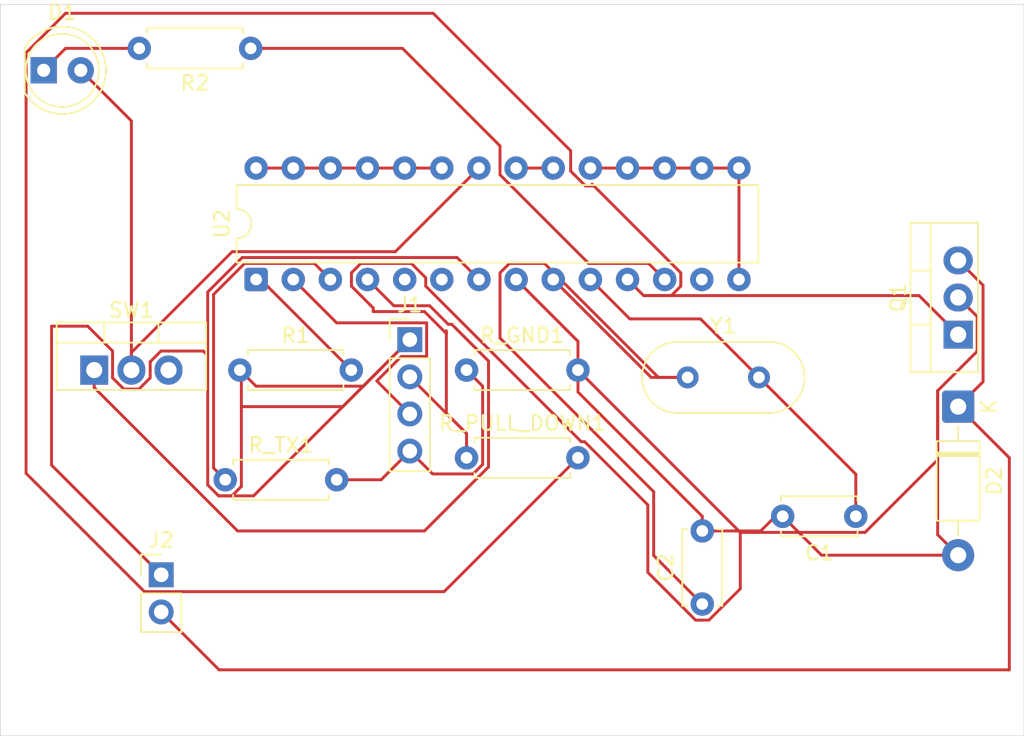
<source format=kicad_pcb>
(kicad_pcb (version 20241229) (generator "pcbnew") (generator_version "9.0")
  (layers (0 "F.Cu" signal) (2 "B.Cu" signal) (13 "F.Paste" user) (15 "B.Paste" user) (5 "F.SilkS" user "F.Silkscreen") (7 "B.SilkS" user "B.Silkscreen") (1 "F.Mask" user) (3 "B.Mask" user) (25 "Edge.Cuts" user))
  (net 0 "")
  (net 1 "Net-(U2-XTAL2{slash}PB7)")
  (net 2 "GND")
  (net 3 "Net-(U2-XTAL1{slash}PB6)")
  (net 4 "Net-(D1-K)")
  (net 5 "Net-(D2-K)")
  (net 6 "Net-(J1-Pin_3)")
  (net 7 "Net-(J1-Pin_4)")
  (net 8 "VCC")
  (net 9 "Net-(Q1-G)")
  (net 10 "Net-(U2-~{RESET}{slash}PC6)")
  (net 11 "Net-(U2-PD6)")
  (net 12 "Net-(U2-PD1)")
  (net 13 "Net-(U2-PD2)")
  (net 14 "Net-(U2-PC0)")
  (net 15 "Net-(U2-PB0)")
  (net 16 "Net-(U2-PD3)")
  (footprint "Resistor_THT:R_Axial_DIN0207_L6.3mm_D2.5mm_P7.62mm_Horizontal" (layer "F.Cu") (at 160.88 96.5)
    (property "Reference" "R_GND1" (at 3.81 -2.37 0) (layer "F.SilkS"))
    (property "Value" "2k")
    (fp_line (start 0.54 -1.37) (end 7.08 -1.37) (stroke (width 0.12)) (layer "F.SilkS"))
    (fp_line (start 0.54 -1.04) (end 0.54 -1.37) (stroke (width 0.12)) (layer "F.SilkS"))
    (fp_line (start 0.54 1.04) (end 0.54 1.37) (stroke (width 0.12)) (layer "F.SilkS"))
    (fp_line (start 0.54 1.37) (end 7.08 1.37) (stroke (width 0.12)) (layer "F.SilkS"))
    (fp_line (start 7.08 -1.37) (end 7.08 -1.04) (stroke (width 0.12)) (layer "F.SilkS"))
    (fp_line (start 7.08 1.37) (end 7.08 1.04) (stroke (width 0.12)) (layer "F.SilkS"))
    (pad "1" thru_hole circle (at 0 0) (size 1.6 1.6) (drill 0.8) (layers "*.Cu" "*.Mask") (net 7 "Net-(J1-Pin_4)"))
    (pad "2" thru_hole circle (at 7.62 0) (size 1.6 1.6) (drill 0.8) (layers "*.Cu" "*.Mask") (net 2 "GND"))
  )
  (footprint "Resistor_THT:R_Axial_DIN0207_L6.3mm_D2.5mm_P7.62mm_Horizontal" (layer "F.Cu") (at 144.38 104)
    (property "Reference" "R_TX1" (at 3.81 -2.37 0) (layer "F.SilkS"))
    (property "Value" "1k")
    (fp_line (start 0.54 -1.37) (end 7.08 -1.37) (stroke (width 0.12)) (layer "F.SilkS"))
    (fp_line (start 0.54 -1.04) (end 0.54 -1.37) (stroke (width 0.12)) (layer "F.SilkS"))
    (fp_line (start 0.54 1.04) (end 0.54 1.37) (stroke (width 0.12)) (layer "F.SilkS"))
    (fp_line (start 0.54 1.37) (end 7.08 1.37) (stroke (width 0.12)) (layer "F.SilkS"))
    (fp_line (start 7.08 -1.37) (end 7.08 -1.04) (stroke (width 0.12)) (layer "F.SilkS"))
    (fp_line (start 7.08 1.37) (end 7.08 1.04) (stroke (width 0.12)) (layer "F.SilkS"))
    (pad "1" thru_hole circle (at 0 0) (size 1.6 1.6) (drill 0.8) (layers "*.Cu" "*.Mask") (net 12 "Net-(U2-PD1)"))
    (pad "2" thru_hole circle (at 7.62 0) (size 1.6 1.6) (drill 0.8) (layers "*.Cu" "*.Mask") (net 7 "Net-(J1-Pin_4)"))
  )
  (footprint "Resistor_THT:R_Axial_DIN0207_L6.3mm_D2.5mm_P7.62mm_Horizontal" (layer "F.Cu") (at 146.12 74.5 180)
    (property "Reference" "R2" (at 3.81 -2.37 0) (layer "F.SilkS"))
    (property "Value" "220")
    (fp_line (start 7.08 1.37) (end 7.08 1.04) (stroke (width 0.12)) (layer "F.SilkS"))
    (fp_line (start 7.08 -1.37) (end 7.08 -1.04) (stroke (width 0.12)) (layer "F.SilkS"))
    (fp_line (start 0.54 1.37) (end 7.08 1.37) (stroke (width 0.12)) (layer "F.SilkS"))
    (fp_line (start 0.54 1.04) (end 0.54 1.37) (stroke (width 0.12)) (layer "F.SilkS"))
    (fp_line (start 0.54 -1.04) (end 0.54 -1.37) (stroke (width 0.12)) (layer "F.SilkS"))
    (fp_line (start 0.54 -1.37) (end 7.08 -1.37) (stroke (width 0.12)) (layer "F.SilkS"))
    (pad "1" thru_hole circle (at 0 0 180) (size 1.6 1.6) (drill 0.8) (layers "*.Cu" "*.Mask") (net 11 "Net-(U2-PD6)"))
    (pad "2" thru_hole circle (at 7.62 0 180) (size 1.6 1.6) (drill 0.8) (layers "*.Cu" "*.Mask") (net 4 "Net-(D1-K)"))
  )
  (footprint "Crystal:Crystal_HC49-U_Vertical" (layer "F.Cu") (at 176 97)
    (property "Reference" "Y1" (at 2.44 -3.52 0) (layer "F.SilkS"))
    (property "Value" "Crystal_Small")
    (fp_line (start -0.685 -2.435) (end 5.565 -2.435) (stroke (width 0.12)) (layer "F.SilkS"))
    (fp_line (start -0.685 2.435) (end 5.565 2.435) (stroke (width 0.12)) (layer "F.SilkS"))
    (fp_arc (start -0.685 2.435) (mid -3.12 0) (end -0.685 -2.435) (stroke (width 0.12)) (layer "F.SilkS"))
    (fp_arc (start 5.565 -2.435) (mid 8 0) (end 5.565 2.435) (stroke (width 0.12)) (layer "F.SilkS"))
    (pad "1" thru_hole circle (at 0 0) (size 1.5 1.5) (drill 0.8) (layers "*.Cu" "*.Mask") (net 3 "Net-(U2-XTAL1{slash}PB6)"))
    (pad "2" thru_hole circle (at 4.88 0) (size 1.5 1.5) (drill 0.8) (layers "*.Cu" "*.Mask") (net 1 "Net-(U2-XTAL2{slash}PB7)"))
  )
  (footprint "Package_TO_SOT_THT:TO-220-3_Vertical" (layer "F.Cu") (at 194.5 94.08 90)
    (property "Reference" "Q1" (at 2.54 -4.1 90) (layer "F.SilkS"))
    (property "Value" "IRLZ44N")
    (fp_line (start 7.65 -3.26) (end 7.65 1.36) (stroke (width 0.12)) (layer "F.SilkS"))
    (fp_line (start 4.39 -3.26) (end 4.39 -1.88) (stroke (width 0.12)) (layer "F.SilkS"))
    (fp_line (start 0.69 -3.26) (end 0.69 -1.88) (stroke (width 0.12)) (layer "F.SilkS"))
    (fp_line (start -2.57 -3.26) (end 7.65 -3.26) (stroke (width 0.12)) (layer "F.SilkS"))
    (fp_line (start -2.57 -3.26) (end -2.57 1.36) (stroke (width 0.12)) (layer "F.SilkS"))
    (fp_line (start -2.57 -1.88) (end 7.65 -1.88) (stroke (width 0.12)) (layer "F.SilkS"))
    (fp_line (start -2.57 1.36) (end 7.65 1.36) (stroke (width 0.12)) (layer "F.SilkS"))
    (pad "1" thru_hole rect (at 0 0 90) (size 1.905 2) (drill 1.1) (layers "*.Cu" "*.Mask") (net 9 "Net-(Q1-G)"))
    (pad "2" thru_hole oval (at 2.54 0 90) (size 1.905 2) (drill 1.1) (layers "*.Cu" "*.Mask") (net 2 "GND"))
    (pad "3" thru_hole oval (at 5.08 0 90) (size 1.905 2) (drill 1.1) (layers "*.Cu" "*.Mask") (net 5 "Net-(D2-K)"))
  )
  (footprint "Resistor_THT:R_Axial_DIN0207_L6.3mm_D2.5mm_P7.62mm_Horizontal" (layer "F.Cu") (at 145.38 96.5)
    (property "Reference" "R1" (at 3.81 -2.37 0) (layer "F.SilkS"))
    (property "Value" "10k")
    (fp_line (start 0.54 -1.37) (end 7.08 -1.37) (stroke (width 0.12)) (layer "F.SilkS"))
    (fp_line (start 0.54 -1.04) (end 0.54 -1.37) (stroke (width 0.12)) (layer "F.SilkS"))
    (fp_line (start 0.54 1.04) (end 0.54 1.37) (stroke (width 0.12)) (layer "F.SilkS"))
    (fp_line (start 0.54 1.37) (end 7.08 1.37) (stroke (width 0.12)) (layer "F.SilkS"))
    (fp_line (start 7.08 -1.37) (end 7.08 -1.04) (stroke (width 0.12)) (layer "F.SilkS"))
    (fp_line (start 7.08 1.37) (end 7.08 1.04) (stroke (width 0.12)) (layer "F.SilkS"))
    (pad "1" thru_hole circle (at 0 0) (size 1.6 1.6) (drill 0.8) (layers "*.Cu" "*.Mask") (net 8 "VCC"))
    (pad "2" thru_hole circle (at 7.62 0) (size 1.6 1.6) (drill 0.8) (layers "*.Cu" "*.Mask") (net 10 "Net-(U2-~{RESET}{slash}PC6)"))
  )
  (footprint "Capacitor_THT:C_Disc_D5.0mm_W2.5mm_P5.00mm" (layer "F.Cu") (at 187.5 106.5 180)
    (property "Reference" "C1" (at 2.5 -2.5 0) (layer "F.SilkS"))
    (property "Value" "22pF")
    (fp_line (start 5.12 1.033) (end 5.12 1.37) (stroke (width 0.12)) (layer "F.SilkS"))
    (fp_line (start 5.12 -1.37) (end 5.12 -1.033) (stroke (width 0.12)) (layer "F.SilkS"))
    (fp_line (start -0.12 1.37) (end 5.12 1.37) (stroke (width 0.12)) (layer "F.SilkS"))
    (fp_line (start -0.12 1.033) (end -0.12 1.37) (stroke (width 0.12)) (layer "F.SilkS"))
    (fp_line (start -0.12 -1.37) (end 5.12 -1.37) (stroke (width 0.12)) (layer "F.SilkS"))
    (fp_line (start -0.12 -1.37) (end -0.12 -1.033) (stroke (width 0.12)) (layer "F.SilkS"))
    (pad "1" thru_hole circle (at 0 0 180) (size 1.6 1.6) (drill 0.8) (layers "*.Cu" "*.Mask") (net 1 "Net-(U2-XTAL2{slash}PB7)"))
    (pad "2" thru_hole circle (at 5 0 180) (size 1.6 1.6) (drill 0.8) (layers "*.Cu" "*.Mask") (net 2 "GND"))
  )
  (footprint "Capacitor_THT:C_Disc_D5.0mm_W2.5mm_P5.00mm" (layer "F.Cu") (at 177 112.5 90)
    (property "Reference" "C2" (at 2.5 -2.5 90) (layer "F.SilkS"))
    (property "Value" "22pF")
    (fp_line (start 5.12 -1.37) (end 5.12 -1.033) (stroke (width 0.12)) (layer "F.SilkS"))
    (fp_line (start -0.12 -1.37) (end 5.12 -1.37) (stroke (width 0.12)) (layer "F.SilkS"))
    (fp_line (start -0.12 -1.37) (end -0.12 -1.033) (stroke (width 0.12)) (layer "F.SilkS"))
    (fp_line (start 5.12 1.033) (end 5.12 1.37) (stroke (width 0.12)) (layer "F.SilkS"))
    (fp_line (start -0.12 1.033) (end -0.12 1.37) (stroke (width 0.12)) (layer "F.SilkS"))
    (fp_line (start -0.12 1.37) (end 5.12 1.37) (stroke (width 0.12)) (layer "F.SilkS"))
    (pad "1" thru_hole circle (at 0 0 90) (size 1.6 1.6) (drill 0.8) (layers "*.Cu" "*.Mask") (net 3 "Net-(U2-XTAL1{slash}PB6)"))
    (pad "2" thru_hole circle (at 5 0 90) (size 1.6 1.6) (drill 0.8) (layers "*.Cu" "*.Mask") (net 2 "GND"))
  )
  (footprint "Connector_PinHeader_2.54mm:PinHeader_1x02_P2.54mm_Vertical" (layer "F.Cu") (at 140 110.5)
    (property "Reference" "J2" (at 0 -2.38 0) (layer "F.SilkS"))
    (property "Value" "Conn_01x02")
    (fp_line (start -1.38 -1.38) (end 0 -1.38) (stroke (width 0.12)) (layer "F.SilkS"))
    (fp_line (start -1.38 0) (end -1.38 -1.38) (stroke (width 0.12)) (layer "F.SilkS"))
    (fp_line (start -1.38 1.27) (end -1.38 3.92) (stroke (width 0.12)) (layer "F.SilkS"))
    (fp_line (start -1.38 1.27) (end 1.38 1.27) (stroke (width 0.12)) (layer "F.SilkS"))
    (fp_line (start -1.38 3.92) (end 1.38 3.92) (stroke (width 0.12)) (layer "F.SilkS"))
    (fp_line (start 1.38 1.27) (end 1.38 3.92) (stroke (width 0.12)) (layer "F.SilkS"))
    (pad "1" thru_hole rect (at 0 0) (size 1.7 1.7) (drill 1) (layers "*.Cu" "*.Mask") (net 8 "VCC"))
    (pad "2" thru_hole circle (at 0 2.54) (size 1.7 1.7) (drill 1) (layers "*.Cu" "*.Mask") (net 5 "Net-(D2-K)"))
  )
  (footprint "Package_DIP:DIP-28_W7.62mm" (layer "F.Cu") (at 146.49 90.305 90)
    (property "Reference" "U2" (at 3.81 -2.33 90) (layer "F.SilkS"))
    (property "Value" "ATmega328P-P")
    (fp_line (start 6.46 -1.33) (end 4.81 -1.33) (stroke (width 0.12)) (layer "F.SilkS"))
    (fp_line (start 2.81 -1.33) (end 1.16 -1.33) (stroke (width 0.12)) (layer "F.SilkS"))
    (fp_line (start 1.16 -1.33) (end 1.16 34.35) (stroke (width 0.12)) (layer "F.SilkS"))
    (fp_line (start 6.46 34.35) (end 6.46 -1.33) (stroke (width 0.12)) (layer "F.SilkS"))
    (fp_line (start 1.16 34.35) (end 6.46 34.35) (stroke (width 0.12)) (layer "F.SilkS"))
    (fp_arc (start 4.81 -1.33) (mid 3.81 -0.33) (end 2.81 -1.33) (stroke (width 0.12)) (layer "F.SilkS"))
    (pad "1" thru_hole roundrect (at 0 0 90) (size 1.6 1.6) (drill 0.8) (layers "*.Cu" "*.Mask") (roundrect_rratio 0.15625) (net 10 "Net-(U2-~{RESET}{slash}PC6)"))
    (pad "2" thru_hole circle (at 0 2.54 90) (size 1.6 1.6) (drill 0.8) (layers "*.Cu" "*.Mask") (net 6 "Net-(J1-Pin_3)"))
    (pad "3" thru_hole circle (at 0 5.08 90) (size 1.6 1.6) (drill 0.8) (layers "*.Cu" "*.Mask") (net 12 "Net-(U2-PD1)"))
    (pad "4" thru_hole circle (at 0 7.62 90) (size 1.6 1.6) (drill 0.8) (layers "*.Cu" "*.Mask") (net 13 "Net-(U2-PD2)"))
    (pad "5" thru_hole circle (at 0 10.16 90) (size 1.6 1.6) (drill 0.8) (layers "*.Cu" "*.Mask") (net 16 "Net-(U2-PD3)"))
    (pad "6" thru_hole circle (at 0 12.7 90) (size 1.6 1.6) (drill 0.8) (layers "*.Cu" "*.Mask") (net 16 "Net-(U2-PD3)"))
    (pad "7" thru_hole circle (at 0 15.24 90) (size 1.6 1.6) (drill 0.8) (layers "*.Cu" "*.Mask") (net 8 "VCC"))
    (pad "8" thru_hole circle (at 0 17.78 90) (size 1.6 1.6) (drill 0.8) (layers "*.Cu" "*.Mask") (net 2 "GND"))
    (pad "9" thru_hole circle (at 0 20.32 90) (size 1.6 1.6) (drill 0.8) (layers "*.Cu" "*.Mask") (net 3 "Net-(U2-XTAL1{slash}PB6)"))
    (pad "10" thru_hole circle (at 0 22.86 90) (size 1.6 1.6) (drill 0.8) (layers "*.Cu" "*.Mask") (net 1 "Net-(U2-XTAL2{slash}PB7)"))
    (pad "11" thru_hole circle (at 0 25.4 90) (size 1.6 1.6) (drill 0.8) (layers "*.Cu" "*.Mask") (net 9 "Net-(Q1-G)"))
    (pad "12" thru_hole circle (at 0 27.94 90) (size 1.6 1.6) (drill 0.8) (layers "*.Cu" "*.Mask") (net 11 "Net-(U2-PD6)"))
    (pad "13" thru_hole circle (at 0 30.48 90) (size 1.6 1.6) (drill 0.8) (layers "*.Cu" "*.Mask") (net 16 "Net-(U2-PD3)"))
    (pad "14" thru_hole circle (at 0 33.02 90) (size 1.6 1.6) (drill 0.8) (layers "*.Cu" "*.Mask") (net 15 "Net-(U2-PB0)"))
    (pad "15" thru_hole circle (at 7.62 33.02 90) (size 1.6 1.6) (drill 0.8) (layers "*.Cu" "*.Mask") (net 15 "Net-(U2-PB0)"))
    (pad "16" thru_hole circle (at 7.62 30.48 90) (size 1.6 1.6) (drill 0.8) (layers "*.Cu" "*.Mask") (net 15 "Net-(U2-PB0)"))
    (pad "17" thru_hole circle (at 7.62 27.94 90) (size 1.6 1.6) (drill 0.8) (layers "*.Cu" "*.Mask") (net 15 "Net-(U2-PB0)"))
    (pad "18" thru_hole circle (at 7.62 25.4 90) (size 1.6 1.6) (drill 0.8) (layers "*.Cu" "*.Mask") (net 15 "Net-(U2-PB0)"))
    (pad "19" thru_hole circle (at 7.62 22.86 90) (size 1.6 1.6) (drill 0.8) (layers "*.Cu" "*.Mask") (net 15 "Net-(U2-PB0)"))
    (pad "20" thru_hole circle (at 7.62 20.32 90) (size 1.6 1.6) (drill 0.8) (layers "*.Cu" "*.Mask") (net 8 "VCC"))
    (pad "21" thru_hole circle (at 7.62 17.78 90) (size 1.6 1.6) (drill 0.8) (layers "*.Cu" "*.Mask") (net 8 "VCC"))
    (pad "22" thru_hole circle (at 7.62 15.24 90) (size 1.6 1.6) (drill 0.8) (layers "*.Cu" "*.Mask") (net 2 "GND"))
    (pad "23" thru_hole circle (at 7.62 12.7 90) (size 1.6 1.6) (drill 0.8) (layers "*.Cu" "*.Mask") (net 14 "Net-(U2-PC0)"))
    (pad "24" thru_hole circle (at 7.62 10.16 90) (size 1.6 1.6) (drill 0.8) (layers "*.Cu" "*.Mask") (net 14 "Net-(U2-PC0)"))
    (pad "25" thru_hole circle (at 7.62 7.62 90) (size 1.6 1.6) (drill 0.8) (layers "*.Cu" "*.Mask") (net 14 "Net-(U2-PC0)"))
    (pad "26" thru_hole circle (at 7.62 5.08 90) (size 1.6 1.6) (drill 0.8) (layers "*.Cu" "*.Mask") (net 14 "Net-(U2-PC0)"))
    (pad "27" thru_hole circle (at 7.62 2.54 90) (size 1.6 1.6) (drill 0.8) (layers "*.Cu" "*.Mask") (net 14 "Net-(U2-PC0)"))
    (pad "28" thru_hole circle (at 7.62 0 90) (size 1.6 1.6) (drill 0.8) (layers "*.Cu" "*.Mask") (net 14 "Net-(U2-PC0)"))
  )
  (footprint "Resistor_THT:R_Axial_DIN0207_L6.3mm_D2.5mm_P7.62mm_Horizontal" (layer "F.Cu") (at 160.88 102.5)
    (property "Reference" "R_PULL_DOWN1" (at 3.81 -2.37 0) (layer "F.SilkS"))
    (property "Value" "10k")
    (fp_line (start 0.54 -1.37) (end 7.08 -1.37) (stroke (width 0.12)) (layer "F.SilkS"))
    (fp_line (start 0.54 -1.04) (end 0.54 -1.37) (stroke (width 0.12)) (layer "F.SilkS"))
    (fp_line (start 0.54 1.04) (end 0.54 1.37) (stroke (width 0.12)) (layer "F.SilkS"))
    (fp_line (start 0.54 1.37) (end 7.08 1.37) (stroke (width 0.12)) (layer "F.SilkS"))
    (fp_line (start 7.08 -1.37) (end 7.08 -1.04) (stroke (width 0.12)) (layer "F.SilkS"))
    (fp_line (start 7.08 1.37) (end 7.08 1.04) (stroke (width 0.12)) (layer "F.SilkS"))
    (pad "1" thru_hole circle (at 0 0) (size 1.6 1.6) (drill 0.8) (layers "*.Cu" "*.Mask") (net 2 "GND"))
    (pad "2" thru_hole circle (at 7.62 0) (size 1.6 1.6) (drill 0.8) (layers "*.Cu" "*.Mask") (net 9 "Net-(Q1-G)"))
  )
  (footprint "Connector_PinHeader_2.54mm:PinHeader_1x04_P2.54mm_Vertical" (layer "F.Cu") (at 157 94.42)
    (property "Reference" "J1" (at 0 -2.38 0) (layer "F.SilkS"))
    (property "Value" "Conn_01x04")
    (fp_line (start -1.38 -1.38) (end 0 -1.38) (stroke (width 0.12)) (layer "F.SilkS"))
    (fp_line (start -1.38 0) (end -1.38 -1.38) (stroke (width 0.12)) (layer "F.SilkS"))
    (fp_line (start -1.38 1.27) (end -1.38 9) (stroke (width 0.12)) (layer "F.SilkS"))
    (fp_line (start -1.38 1.27) (end 1.38 1.27) (stroke (width 0.12)) (layer "F.SilkS"))
    (fp_line (start -1.38 9) (end 1.38 9) (stroke (width 0.12)) (layer "F.SilkS"))
    (fp_line (start 1.38 1.27) (end 1.38 9) (stroke (width 0.12)) (layer "F.SilkS"))
    (pad "1" thru_hole rect (at 0 0) (size 1.7 1.7) (drill 1) (layers "*.Cu" "*.Mask") (net 8 "VCC"))
    (pad "2" thru_hole circle (at 0 2.54) (size 1.7 1.7) (drill 1) (layers "*.Cu" "*.Mask") (net 2 "GND"))
    (pad "3" thru_hole circle (at 0 5.08) (size 1.7 1.7) (drill 1) (layers "*.Cu" "*.Mask") (net 6 "Net-(J1-Pin_3)"))
    (pad "4" thru_hole circle (at 0 7.62) (size 1.7 1.7) (drill 1) (layers "*.Cu" "*.Mask") (net 7 "Net-(J1-Pin_4)"))
  )
  (footprint "Diode_THT:D_DO-41_SOD81_P10.16mm_Horizontal" (layer "F.Cu") (at 194.5 99 -90)
    (property "Reference" "D2" (at 5.08 -2.47 90) (layer "F.SilkS"))
    (property "Value" "1N5819")
    (fp_line (start 1.34 0) (end 2.36 0) (stroke (width 0.12)) (layer "F.SilkS"))
    (fp_line (start 8.82 0) (end 7.8 0) (stroke (width 0.12)) (layer "F.SilkS"))
    (fp_line (start 3.14 -1.47) (end 3.14 1.47) (stroke (width 0.12)) (layer "F.SilkS"))
    (fp_line (start 3.26 -1.47) (end 3.26 1.47) (stroke (width 0.12)) (layer "F.SilkS"))
    (fp_line (start 3.38 -1.47) (end 3.38 1.47) (stroke (width 0.12)) (layer "F.SilkS"))
    (fp_rect (start 2.36 -1.47) (end 7.8 1.47) (stroke (width 0.12)) (fill no) (layer "F.SilkS"))
    (fp_text user "K" (at 0 -2.1 90) (layer "F.SilkS"))
    (pad "1" thru_hole roundrect (at 0 0 270) (size 2.2 2.2) (drill 1.1) (layers "*.Cu" "*.Mask") (roundrect_rratio 0.113636) (net 5 "Net-(D2-K)"))
    (pad "2" thru_hole circle (at 10.16 0 270) (size 2.2 2.2) (drill 1.1) (layers "*.Cu" "*.Mask") (net 2 "GND"))
  )
  (footprint "Package_TO_SOT_THT:TO-220-3_Vertical" (layer "F.Cu") (at 135.42 96.5)
    (property "Reference" "SW1" (at 2.54 -4.1 0) (layer "F.SilkS"))
    (property "Value" "SW_Push")
    (fp_line (start -2.57 -3.26) (end -2.57 1.36) (stroke (width 0.12)) (layer "F.SilkS"))
    (fp_line (start -2.57 -3.26) (end 7.65 -3.26) (stroke (width 0.12)) (layer "F.SilkS"))
    (fp_line (start -2.57 -1.88) (end 7.65 -1.88) (stroke (width 0.12)) (layer "F.SilkS"))
    (fp_line (start -2.57 1.36) (end 7.65 1.36) (stroke (width 0.12)) (layer "F.SilkS"))
    (fp_line (start 0.69 -3.26) (end 0.69 -1.88) (stroke (width 0.12)) (layer "F.SilkS"))
    (fp_line (start 4.39 -3.26) (end 4.39 -1.88) (stroke (width 0.12)) (layer "F.SilkS"))
    (fp_line (start 7.65 -3.26) (end 7.65 1.36) (stroke (width 0.12)) (layer "F.SilkS"))
    (pad "1" thru_hole rect (at 0 0) (size 1.905 2) (drill 1.1) (layers "*.Cu" "*.Mask") (net 13 "Net-(U2-PD2)"))
    (pad "2" thru_hole oval (at 2.54 0) (size 1.905 2) (drill 1.1) (layers "*.Cu" "*.Mask") (net 2 "GND"))
    (pad "3" thru_hole oval (at 5.08 0) (size 1.905 2) (drill 1.1) (layers "*.Cu" "*.Mask"))
  )
  (footprint "LED_THT:LED_D5.0mm" (layer "F.Cu") (at 131.96 76)
    (property "Reference" "D1" (at 1.27 -3.96 0) (layer "F.SilkS"))
    (property "Value" "LED")
    (fp_line (start -1.29 -1.545) (end -1.29 1.545) (stroke (width 0.12)) (layer "F.SilkS"))
    (fp_arc (start -1.29 -1.54483) (mid 2.071779 -2.880495) (end 4.26 0) (stroke (width 0.12)) (layer "F.SilkS"))
    (fp_arc (start 4.26 0) (mid 2.071779 2.880495) (end -1.29 1.54483) (stroke (width 0.12)) (layer "F.SilkS"))
    (fp_circle (center 1.27 0) (end 3.77 0) (stroke (width 0.12)) (fill no) (layer "F.SilkS"))
    (pad "1" thru_hole rect (at 0 0) (size 1.8 1.8) (drill 0.9) (layers "*.Cu" "*.Mask") (net 4 "Net-(D1-K)"))
    (pad "2" thru_hole circle (at 2.54 0) (size 1.8 1.8) (drill 0.9) (layers "*.Cu" "*.Mask") (net 2 "GND"))
  )
  (gr_rect (start 129 71.5) (end 199 121.5) (stroke (width 0.05)) (fill no) (layer "Edge.Cuts"))
  (segment (start 176.88 93) (end 172.045 93) (width 0.2) (layer "F.Cu") (net 1))
  (segment (start 187.5 103.62) (end 180.88 97) (width 0.2) (layer "F.Cu") (net 1))
  (segment (start 180.88 97) (end 176.88 93) (width 0.2) (layer "F.Cu") (net 1))
  (segment (start 172.045 93) (end 169.35 90.305) (width 0.2) (layer "F.Cu") (net 1))
  (segment (start 187.5 106.5) (end 187.5 103.62) (width 0.2) (layer "F.Cu") (net 1))
  (segment (start 153.65395 89.204) (end 157.10605 89.204) (width 0.2) (layer "F.Cu") (net 2))
  (segment (start 173.276525 110.333575) (end 176.54395 113.601) (width 0.2) (layer "F.Cu") (net 2))
  (segment (start 179.601 107.601) (end 188.1339 107.601) (width 0.2) (layer "F.Cu") (net 2))
  (segment (start 182 106.5) (end 181 107.5) (width 0.2) (layer "F.Cu") (net 2))
  (segment (start 193.099 102.6359) (end 193.099 97.91484) (width 0.2) (layer "F.Cu") (net 2))
  (segment (start 195.801 92.841) (end 194.5 91.54) (width 0.2) (layer "F.Cu") (net 2))
  (segment (start 168.72695 101.399) (end 168.95605 101.399) (width 0.2) (layer "F.Cu") (net 2))
  (segment (start 181 107.5) (end 177 107.5) (width 0.2) (layer "F.Cu") (net 2))
  (segment (start 194.5 109.16) (end 185.16 109.16) (width 0.2) (layer "F.Cu") (net 2))
  (segment (start 176.54395 113.601) (end 177.45605 113.601) (width 0.2) (layer "F.Cu") (net 2))
  (segment (start 160.88 100.84) (end 159.5 99.46) (width 0.2) (layer "F.Cu") (net 2))
  (segment (start 157 96.96) (end 160.88 100.84) (width 0.2) (layer "F.Cu") (net 2))
  (segment (start 159.5 99.46) (end 159.5 94) (width 0.2) (layer "F.Cu") (net 2))
  (segment (start 168.95605 101.399) (end 173.276525 105.719475) (width 0.2) (layer "F.Cu") (net 2))
  (segment (start 159.5 94) (end 158 92.5) (width 0.2) (layer "F.Cu") (net 2))
  (segment (start 168.5 96.5) (end 168.5 94.535) (width 0.2) (layer "F.Cu") (net 2))
  (segment (start 185.16 109.16) (end 182.5 106.5) (width 0.2) (layer "F.Cu") (net 2))
  (segment (start 160.88 100.84) (end 160.88 102.5) (width 0.2) (layer "F.Cu") (net 2))
  (segment (start 153.009 89.84895) (end 153.65395 89.204) (width 0.2) (layer "F.Cu") (net 2))
  (segment (start 168.5 98) (end 168.5 96.5) (width 0.2) (layer "F.Cu") (net 2))
  (segment (start 177.45605 113.601) (end 179.601 111.45605) (width 0.2) (layer "F.Cu") (net 2))
  (segment (start 144.858 88.402) (end 137.96 95.3) (width 0.2) (layer "F.Cu") (net 2))
  (segment (start 188.1339 107.601) (end 193.099 102.6359) (width 0.2) (layer "F.Cu") (net 2))
  (segment (start 158 92.5) (end 154.5 92.5) (width 0.2) (layer "F.Cu") (net 2))
  (segment (start 154.5 92.25205) (end 153.009 90.76105) (width 0.2) (layer "F.Cu") (net 2))
  (segment (start 134.5 76) (end 137.96 79.46) (width 0.2) (layer "F.Cu") (net 2))
  (segment (start 179.601 111.45605) (end 179.601 107.601) (width 0.2) (layer "F.Cu") (net 2))
  (segment (start 195.801 95.21284) (end 195.801 92.841) (width 0.2) (layer "F.Cu") (net 2))
  (segment (start 177 106.5) (end 175.5 105) (width 0.2) (layer "F.Cu") (net 2))
  (segment (start 161.73 82.685) (end 156.013 88.402) (width 0.2) (layer "F.Cu") (net 2))
  (segment (start 168.5 96.5) (end 179.601 107.601) (width 0.2) (layer "F.Cu") (net 2))
  (segment (start 168.5 94.535) (end 164.27 90.305) (width 0.2) (layer "F.Cu") (net 2))
  (segment (start 153.009 90.76105) (end 153.009 89.84895) (width 0.2) (layer "F.Cu") (net 2))
  (segment (start 158.089 90.18695) (end 158.089 90.76105) (width 0.2) (layer "F.Cu") (net 2))
  (segment (start 137.96 95.3) (end 137.96 96.5) (width 0.2) (layer "F.Cu") (net 2))
  (segment (start 156.013 88.402) (end 144.858 88.402) (width 0.2) (layer "F.Cu") (net 2))
  (segment (start 158.089 90.76105) (end 168.72695 101.399) (width 0.2) (layer "F.Cu") (net 2))
  (segment (start 154.5 92.5) (end 154.5 92.25205) (width 0.2) (layer "F.Cu") (net 2))
  (segment (start 159.5 94) (end 159.5 93.807) (width 0.2) (layer "F.Cu") (net 2))
  (segment (start 193.099 97.91484) (end 193.099 107.759) (width 0.2) (layer "F.Cu") (net 2))
  (segment (start 175.5 105) (end 168.5 98) (width 0.2) (layer "F.Cu") (net 2))
  (segment (start 177 107.5) (end 177 106.5) (width 0.2) (layer "F.Cu") (net 2))
  (segment (start 173.276525 105.719475) (end 173.276525 110.333575) (width 0.2) (layer "F.Cu") (net 2))
  (segment (start 157.10605 89.204) (end 158.089 90.18695) (width 0.2) (layer "F.Cu") (net 2))
  (segment (start 182.5 106.5) (end 182 106.5) (width 0.2) (layer "F.Cu") (net 2))
  (segment (start 193.099 97.91484) (end 195.801 95.21284) (width 0.2) (layer "F.Cu") (net 2))
  (segment (start 193.099 107.759) (end 194.5 109.16) (width 0.2) (layer "F.Cu") (net 2))
  (segment (start 137.96 79.46) (end 137.96 96.5) (width 0.2) (layer "F.Cu") (net 2))
  (segment (start 177 112.5) (end 173.677525 109.177525) (width 0.2) (layer "F.Cu") (net 3))
  (segment (start 173.677525 104.822475) (end 163.169 94.31395) (width 0.2) (layer "F.Cu") (net 3))
  (segment (start 173.505 97) (end 166.81 90.305) (width 0.2) (layer "F.Cu") (net 3))
  (segment (start 174 97) (end 176 97) (width 0.2) (layer "F.Cu") (net 3))
  (segment (start 166.204 89.204) (end 174 97) (width 0.2) (layer "F.Cu") (net 3))
  (segment (start 163.81395 89.204) (end 166.204 89.204) (width 0.2) (layer "F.Cu") (net 3))
  (segment (start 163.169 89.84895) (end 163.81395 89.204) (width 0.2) (layer "F.Cu") (net 3))
  (segment (start 163.169 94.31395) (end 163.169 89.84895) (width 0.2) (layer "F.Cu") (net 3))
  (segment (start 176 97) (end 173.505 97) (width 0.2) (layer "F.Cu") (net 3))
  (segment (start 173.677525 109.177525) (end 173.677525 104.822475) (width 0.2) (layer "F.Cu") (net 3))
  (segment (start 131.96 76) (end 133.46 74.5) (width 0.2) (layer "F.Cu") (net 4))
  (segment (start 133.46 74.5) (end 138.5 74.5) (width 0.2) (layer "F.Cu") (net 4))
  (segment (start 143.96 117) (end 198 117) (width 0.2) (layer "F.Cu") (net 5))
  (segment (start 196.202 97.298) (end 194.5 99) (width 0.2) (layer "F.Cu") (net 5))
  (segment (start 196.202 90.702) (end 196.202 97.298) (width 0.2) (layer "F.Cu") (net 5))
  (segment (start 194.5 89) (end 196.202 90.702) (width 0.2) (layer "F.Cu") (net 5))
  (segment (start 140 113.04) (end 143.96 117) (width 0.2) (layer "F.Cu") (net 5))
  (segment (start 198 102.5) (end 194.5 99) (width 0.2) (layer "F.Cu") (net 5))
  (segment (start 198 117) (end 198 102.5) (width 0.2) (layer "F.Cu") (net 5))
  (segment (start 151.994 93.269) (end 149.03 90.305) (width 0.2) (layer "F.Cu") (net 6))
  (segment (start 158.151 95.571) (end 158.151 93.269) (width 0.2) (layer "F.Cu") (net 6))
  (segment (start 156.4161 95.571) (end 158.151 95.571) (width 0.2) (layer "F.Cu") (net 6))
  (segment (start 154.74355 97.24355) (end 156.4161 95.571) (width 0.2) (layer "F.Cu") (net 6))
  (segment (start 157 99.5) (end 154.74355 97.24355) (width 0.2) (layer "F.Cu") (net 6))
  (segment (start 158.151 93.269) (end 151.994 93.269) (width 0.2) (layer "F.Cu") (net 6))
  (segment (start 155.04 104) (end 157 102.04) (width 0.2) (layer "F.Cu") (net 7))
  (segment (start 161.981 97.601) (end 160.88 96.5) (width 0.2) (layer "F.Cu") (net 7))
  (segment (start 152 104) (end 155.04 104) (width 0.2) (layer "F.Cu") (net 7))
  (segment (start 161.33605 103.601) (end 161.981 102.95605) (width 0.2) (layer "F.Cu") (net 7))
  (segment (start 157 102.04) (end 158.561 103.601) (width 0.2) (layer "F.Cu") (net 7))
  (segment (start 158.561 103.601) (end 161.33605 103.601) (width 0.2) (layer "F.Cu") (net 7))
  (segment (start 161.981 102.95605) (end 161.981 97.601) (width 0.2) (layer "F.Cu") (net 7))
  (segment (start 142.878001 95.199) (end 143.179001 95.5) (width 0.2) (layer "F.Cu") (net 8))
  (segment (start 153.819 97.601) (end 154.96 96.46) (width 0.2) (layer "F.Cu") (net 8))
  (segment (start 157 94.42) (end 152.42 99) (width 0.2) (layer "F.Cu") (net 8))
  (segment (start 143.92395 105.101) (end 144.83605 105.101) (width 0.2) (layer "F.Cu") (net 8))
  (segment (start 138.479217 97.801) (end 139.2465 97.033717) (width 0.2) (layer "F.Cu") (net 8))
  (segment (start 143.179001 91.162739) (end 143.179001 95.5) (width 0.2) (layer "F.Cu") (net 8))
  (segment (start 145.481 104.45605) (end 145.481 99) (width 0.2) (layer "F.Cu") (net 8))
  (segment (start 161.73 90.305) (end 160.228 88.803) (width 0.2) (layer "F.Cu") (net 8))
  (segment (start 154.96 96.46) (end 157 94.42) (width 0.2) (layer "F.Cu") (net 8))
  (segment (start 132.5 93.5) (end 134.9745 93.5) (width 0.2) (layer "F.Cu") (net 8))
  (segment (start 139.980783 95.199) (end 142.878001 95.199) (width 0.2) (layer "F.Cu") (net 8))
  (segment (start 139.2465 97.033717) (end 139.2465 95.933283) (width 0.2) (layer "F.Cu") (net 8))
  (segment (start 166.81 82.685) (end 164.27 82.685) (width 0.2) (layer "F.Cu") (net 8))
  (segment (start 134.9745 93.5) (end 136.6735 95.199) (width 0.2) (layer "F.Cu") (net 8))
  (segment (start 145.481 99) (end 145.481 96.601) (width 0.2) (layer "F.Cu") (net 8))
  (segment (start 137.440783 97.801) (end 138.479217 97.801) (width 0.2) (layer "F.Cu") (net 8))
  (segment (start 136.6735 95.199) (end 136.6735 97.033717) (width 0.2) (layer "F.Cu") (net 8))
  (segment (start 152.42 99) (end 145.481 99) (width 0.2) (layer "F.Cu") (net 8))
  (segment (start 145.38 96.5) (end 146.481 97.601) (width 0.2) (layer "F.Cu") (net 8))
  (segment (start 139.2465 95.933283) (end 139.980783 95.199) (width 0.2) (layer "F.Cu") (net 8))
  (segment (start 136.6735 97.033717) (end 137.440783 97.801) (width 0.2) (layer "F.Cu") (net 8))
  (segment (start 146.481 97.601) (end 153.819 97.601) (width 0.2) (layer "F.Cu") (net 8))
  (segment (start 145.481 96.601) (end 145.38 96.5) (width 0.2) (layer "F.Cu") (net 8))
  (segment (start 145.53874 88.803) (end 143.179001 91.162739) (width 0.2) (layer "F.Cu") (net 8))
  (segment (start 160.228 88.803) (end 145.53874 88.803) (width 0.2) (layer "F.Cu") (net 8))
  (segment (start 140 110.5) (end 132.5 103) (width 0.2) (layer "F.Cu") (net 8))
  (segment (start 143.179001 95.5) (end 143.179001 104.356051) (width 0.2) (layer "F.Cu") (net 8))
  (segment (start 143.179001 104.356051) (end 143.92395 105.101) (width 0.2) (layer "F.Cu") (net 8))
  (segment (start 144.83605 105.101) (end 145.481 104.45605) (width 0.2) (layer "F.Cu") (net 8))
  (segment (start 146.319 105.101) (end 154.96 96.46) (width 0.2) (layer "F.Cu") (net 8))
  (segment (start 132.5 103) (end 132.5 93.5) (width 0.2) (layer "F.Cu") (net 8))
  (segment (start 143.92395 105.101) (end 146.319 105.101) (width 0.2) (layer "F.Cu") (net 8))
  (segment (start 172.991 91.406) (end 171.89 90.305) (width 0.2) (layer "F.Cu") (net 9))
  (segment (start 169.591025 83.908975) (end 169.016925 83.908975) (width 0.2) (layer "F.Cu") (net 9))
  (segment (start 174.88605 91.406) (end 175.531 90.76105) (width 0.2) (layer "F.Cu") (net 9))
  (segment (start 159.349 111.651) (end 168.5 102.5) (width 0.2) (layer "F.Cu") (net 9))
  (segment (start 191.826 91.406) (end 172.991 91.406) (width 0.2) (layer "F.Cu") (net 9))
  (segment (start 169.016925 83.908975) (end 168 82.89205) (width 0.2) (layer "F.Cu") (net 9))
  (segment (start 175.531 90.76105) (end 175.531 89.84895) (width 0.2) (layer "F.Cu") (net 9))
  (segment (start 130.759 74.799) (end 130.759 103.561) (width 0.2) (layer "F.Cu") (net 9))
  (segment (start 130.759 103.561) (end 138.849 111.651) (width 0.2) (layer "F.Cu") (net 9))
  (segment (start 158.601 72.101) (end 133.457 72.101) (width 0.2) (layer "F.Cu") (net 9))
  (segment (start 169.591025 83.908975) (end 169.46805 83.786) (width 0.2) (layer "F.Cu") (net 9))
  (segment (start 175.531 89.84895) (end 169.591025 83.908975) (width 0.2) (layer "F.Cu") (net 9))
  (segment (start 133.457 72.101) (end 130.759 74.799) (width 0.2) (layer "F.Cu") (net 9))
  (segment (start 138.849 111.651) (end 159.349 111.651) (width 0.2) (layer "F.Cu") (net 9))
  (segment (start 168 82.89205) (end 168 81.5) (width 0.2) (layer "F.Cu") (net 9))
  (segment (start 172.991 91.406) (end 174.88605 91.406) (width 0.2) (layer "F.Cu") (net 9))
  (segment (start 168 81.5) (end 158.601 72.101) (width 0.2) (layer "F.Cu") (net 9))
  (segment (start 194.5 94.08) (end 191.826 91.406) (width 0.2) (layer "F.Cu") (net 9))
  (segment (start 146.49 90.305) (end 146.805 90.305) (width 0.2) (layer "F.Cu") (net 10))
  (segment (start 146.805 90.305) (end 153 96.5) (width 0.2) (layer "F.Cu") (net 10))
  (segment (start 163.169 83.14105) (end 163.169 81.169) (width 0.2) (layer "F.Cu") (net 11))
  (segment (start 174.43 90.305) (end 173.329 89.204) (width 0.2) (layer "F.Cu") (net 11))
  (segment (start 169.23195 89.204) (end 163.169 83.14105) (width 0.2) (layer "F.Cu") (net 11))
  (segment (start 173.329 89.204) (end 169.23195 89.204) (width 0.2) (layer "F.Cu") (net 11))
  (segment (start 156.5 74.5) (end 146.12 74.5) (width 0.2) (layer "F.Cu") (net 11))
  (segment (start 163.169 81.169) (end 156.5 74.5) (width 0.2) (layer "F.Cu") (net 11))
  (segment (start 150.469 89.204) (end 151.57 90.305) (width 0.2) (layer "F.Cu") (net 12))
  (segment (start 143.580001 91.328839) (end 145.70484 89.204) (width 0.2) (layer "F.Cu") (net 12))
  (segment (start 143.580001 103.200001) (end 143.580001 91.328839) (width 0.2) (layer "F.Cu") (net 12))
  (segment (start 144.38 104) (end 143.580001 103.200001) (width 0.2) (layer "F.Cu") (net 12))
  (segment (start 145.70484 89.204) (end 150.469 89.204) (width 0.2) (layer "F.Cu") (net 12))
  (segment (start 158.3591 92.099) (end 159.63005 93.36995) (width 0.2) (layer "F.Cu") (net 13))
  (segment (start 162.382 103.12215) (end 162.382 95.882) (width 0.2) (layer "F.Cu") (net 13))
  (segment (start 145.22 107.5) (end 158.00415 107.5) (width 0.2) (layer "F.Cu") (net 13))
  (segment (start 154.11 90.305) (end 155.904 92.099) (width 0.2) (layer "F.Cu") (net 13))
  (segment (start 162.382 95.882) (end 161.5 95) (width 0.2) (layer "F.Cu") (net 13))
  (segment (start 135.42 96.5) (end 135.42 97.7) (width 0.2) (layer "F.Cu") (net 13))
  (segment (start 155.904 92.099) (end 158.3591 92.099) (width 0.2) (layer "F.Cu") (net 13))
  (segment (start 135.42 97.7) (end 145.22 107.5) (width 0.2) (layer "F.Cu") (net 13))
  (segment (start 158.00415 107.5) (end 162.382 103.12215) (width 0.2) (layer "F.Cu") (net 13))
  (segment (start 159.63005 93.36995) (end 159.86995 93.36995) (width 0.2) (layer "F.Cu") (net 13))
  (segment (start 159.86995 93.36995) (end 161.5 95) (width 0.2) (layer "F.Cu") (net 13))
  (segment (start 159.19 82.685) (end 146.49 82.685) (width 0.2) (layer "F.Cu") (net 14))
  (segment (start 179.51 90.305) (end 179.51 82.685) (width 0.2) (layer "F.Cu") (net 15))
  (segment (start 179.51 82.685) (end 169.35 82.685) (width 0.2) (layer "F.Cu") (net 15))
)
</source>
